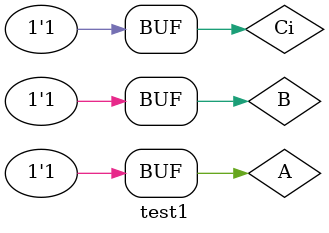
<source format=v>
`timescale 1ns / 1ps


module test1;

	// Inputs
	reg A;
	reg B;
	reg Ci;

	// Outputs
	wire S;
	wire Co;

	// Instantiate the Unit Under Test (UUT)
	Adder1b uut (
		.A(A), 
		.B(B), 
		.Ci(Ci), 
		.S(S), 
		.Co(Co)
	);

	initial begin
		// Initialize Inputs
		A = 0;
		B = 0;
		Ci = 0;
		#50;
		A = 0;
		B = 0;
		Ci = 1;
		#50;
      A = 1;
		B = 0;
		Ci = 0;
		#50;  
		A = 1;
		B = 0;
		Ci = 1;
		#50;  
		A = 0;
		B = 1;
		Ci = 0;
		#50;  
		A = 0;
		B = 1;
		Ci = 1;
		#50;
		A = 1;
		B = 1;
		Ci = 0;
		#50;
		A = 1;
		B = 1;
		Ci = 1;
		#50;
		
		// Add stimulus here

	end
      
endmodule


</source>
